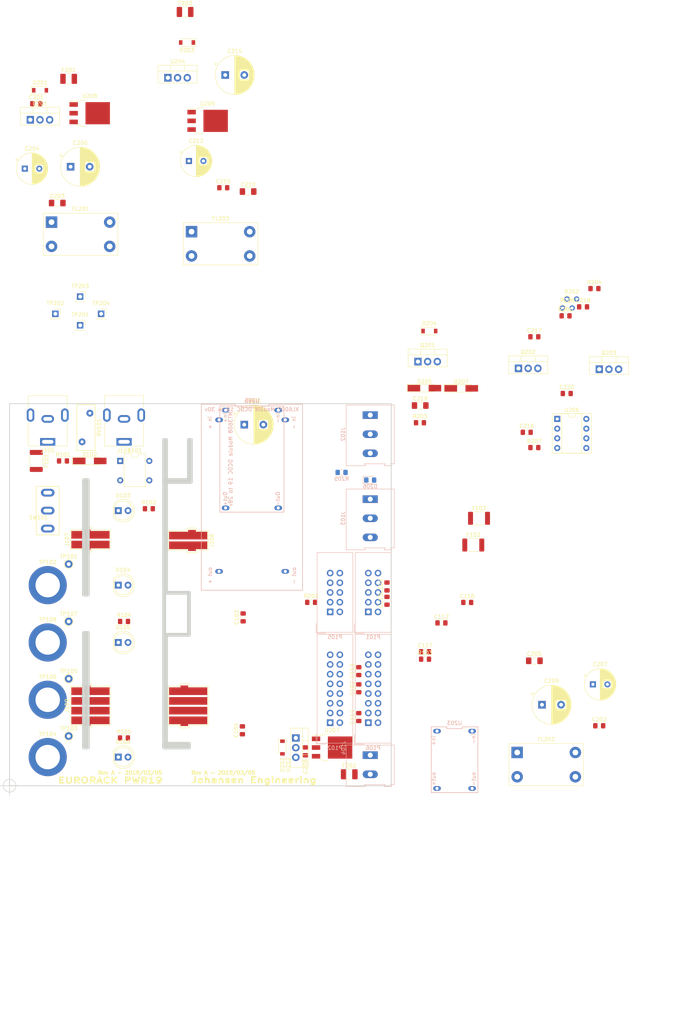
<source format=kicad_pcb>
(kicad_pcb (version 20171130) (host pcbnew "(5.0.2)-1")
  (title_block (title "Eurorack power") (date 2019-01-12) (rev "Rev B") (company "Johansen Engineering"))
  (layers (0 F.Cu signal) (31 B.Cu signal) (34 B.Paste user) (35 F.Paste user) (36 B.SilkS user) (37 F.SilkS user) (38 B.Mask user) (39 F.Mask user) (44 Edge.Cuts user))
  (net 0 "")
  (net 1 Vin-Pos19)
  (net 2 Vin-Neg19)
  (net 3 +12V)
  (net 4 GND)
  (net 5 +5V)
  (net 6 -12V)
  (net 7 +15V)
  (net 8 +7.5V)
  (net 9 VinGND)
  (net 10 Vin+15)
  (net 11 /VoltageRegulation/7V)
  (net 12 /VoltageRegulation/GND-7V)
  (net 13 Vin-15)
  (net 14 -15V)
  (net 15 "Net-(C216-Pad2)")
  (net 16 "Net-(C217-Pad1)")
  (net 17 "Net-(C219-Pad1)")
  (net 18 "Net-(C220-Pad2)")
  (net 19 "Net-(D101-Pad4)")
  (net 20 "Net-(D101-Pad3)")
  (net 21 "Net-(D102-Pad1)")
  (net 22 "Net-(D103-Pad2)")
  (net 23 "Net-(D104-Pad1)")
  (net 24 "Net-(D105-Pad2)")
  (net 25 "Net-(D106-Pad1)")
  (net 26 DCDC+)
  (net 27 "Net-(D205-Pad2)")
  (net 28 "Net-(D206-Pad2)")
  (net 29 "Net-(F101-Pad1)")
  (net 30 "Net-(F102-Pad2)")
  (net 31 "Net-(F103-Pad1)")
  (net 32 Gate)
  (net 33 CV)
  (net 34 "Net-(Q202-Pad1)")
  (net 35 "Net-(R201-Pad1)")
  (net 36 "Net-(R206-Pad2)")
  (net 37 "Net-(J101-Pad1)")
  (net 38 12Vreg)
  (net 39 5Vreg)
  (net 40 -12Vreg)
  (module Capacitor_THT:CP_Radial_D10.0mm_P5.00mm (layer F.Cu) (at 161.5 55.5)
    (fp_text reference C101 (at 2.5 -6.25) (layer F.SilkS))
    (fp_text value 100uF)
    (pad 1 thru_hole rect (at 0 0) (size 2 2) (drill 1) (layers *.Cu *.Mask) (net 1 Vin-Pos19))
    (pad 2 thru_hole circle (at 5 0) (size 2 2) (drill 1) (layers *.Cu *.Mask) (net 2 Vin-Neg19))
  )
  (module Capacitor_SMD:C_0805_2012Metric_Pad1.15x1.40mm_HandSolder (layer F.Cu) (at 191.5 124.5 90)
    (fp_text reference C102 (at 0 -1.65 90) (layer F.SilkS))
    (fp_text value 100n)
    (pad 2 smd roundrect (at 1.025 0 90) (size 1.15 1.4) (layers F.Cu F.Paste F.Mask) (roundrect_rratio 0.217391) (net 3 +12V))
    (pad 1 smd roundrect (at -1.025 0 90) (size 1.15 1.4) (layers F.Cu F.Paste F.Mask) (roundrect_rratio 0.217391) (net 4 GND))
  )
  (module Capacitor_SMD:C_0805_2012Metric_Pad1.15x1.40mm_HandSolder (layer F.Cu) (at 161.197 105.94161 90)
    (fp_text reference C103 (at 0 -1.65 90) (layer F.SilkS))
    (fp_text value 100n)
    (pad 1 smd roundrect (at -1.025 0 90) (size 1.15 1.4) (layers F.Cu F.Paste F.Mask) (roundrect_rratio 0.217391) (net 4 GND))
    (pad 2 smd roundrect (at 1.025 0 90) (size 1.15 1.4) (layers F.Cu F.Paste F.Mask) (roundrect_rratio 0.217391) (net 3 +12V))
  )
  (module Capacitor_SMD:C_0805_2012Metric_Pad1.15x1.40mm_HandSolder (layer F.Cu) (at 161 135.491611 90)
    (fp_text reference C104 (at 0 -1.65 90) (layer F.SilkS))
    (fp_text value 100n)
    (pad 1 smd roundrect (at -1.025 0 90) (size 1.15 1.4) (layers F.Cu F.Paste F.Mask) (roundrect_rratio 0.217391) (net 4 GND))
    (pad 2 smd roundrect (at 1.025 0 90) (size 1.15 1.4) (layers F.Cu F.Paste F.Mask) (roundrect_rratio 0.217391) (net 3 +12V))
  )
  (module Capacitor_SMD:C_0805_2012Metric_Pad1.15x1.40mm_HandSolder (layer F.Cu) (at 198.890289 97.847486 90)
    (fp_text reference C105 (at 0 -1.65 90) (layer F.SilkS))
    (fp_text value 100n)
    (pad 1 smd roundrect (at -1.025 0 90) (size 1.15 1.4) (layers F.Cu F.Paste F.Mask) (roundrect_rratio 0.217391) (net 4 GND))
    (pad 2 smd roundrect (at 1.025 0 90) (size 1.15 1.4) (layers F.Cu F.Paste F.Mask) (roundrect_rratio 0.217391) (net 3 +12V))
  )
  (module Capacitor_SMD:C_0805_2012Metric_Pad1.15x1.40mm_HandSolder (layer F.Cu) (at 213.155001 107.385001)
    (fp_text reference C112 (at 0 -1.65) (layer F.SilkS))
    (fp_text value 100n)
    (pad 1 smd roundrect (at -1.025 0) (size 1.15 1.4) (layers F.Cu F.Paste F.Mask) (roundrect_rratio 0.217391) (net 5 +5V))
    (pad 2 smd roundrect (at 1.025 0) (size 1.15 1.4) (layers F.Cu F.Paste F.Mask) (roundrect_rratio 0.217391) (net 4 GND))
  )
  (module Capacitor_SMD:C_0805_2012Metric_Pad1.15x1.40mm_HandSolder (layer F.Cu) (at 191.5 120 90)
    (fp_text reference C113 (at 0 -1.65 90) (layer F.SilkS))
    (fp_text value 100n)
    (pad 1 smd roundrect (at -1.025 0 90) (size 1.15 1.4) (layers F.Cu F.Paste F.Mask) (roundrect_rratio 0.217391) (net 5 +5V))
    (pad 2 smd roundrect (at 1.025 0 90) (size 1.15 1.4) (layers F.Cu F.Paste F.Mask) (roundrect_rratio 0.217391) (net 4 GND))
  )
  (module Capacitor_SMD:C_0805_2012Metric_Pad1.15x1.40mm_HandSolder (layer F.Cu) (at 191.5 132.025 90)
    (fp_text reference C114 (at 0 -1.65 90) (layer F.SilkS))
    (fp_text value 100n)
    (pad 2 smd roundrect (at 1.025 0 90) (size 1.15 1.4) (layers F.Cu F.Paste F.Mask) (roundrect_rratio 0.217391) (net 4 GND))
    (pad 1 smd roundrect (at -1.025 0 90) (size 1.15 1.4) (layers F.Cu F.Paste F.Mask) (roundrect_rratio 0.217391) (net 6 -12V))
  )
  (module Capacitor_SMD:C_0805_2012Metric_Pad1.15x1.40mm_HandSolder (layer F.Cu) (at 198.890289 101.597486 90)
    (fp_text reference C115 (at 0 -1.65 90) (layer F.SilkS))
    (fp_text value 100n)
    (pad 2 smd roundrect (at 1.025 0 90) (size 1.15 1.4) (layers F.Cu F.Paste F.Mask) (roundrect_rratio 0.217391) (net 4 GND))
    (pad 1 smd roundrect (at -1.025 0 90) (size 1.15 1.4) (layers F.Cu F.Paste F.Mask) (roundrect_rratio 0.217391) (net 6 -12V))
  )
  (module Capacitor_SMD:C_0805_2012Metric_Pad1.15x1.40mm_HandSolder (layer F.Cu) (at 219.915001 102.025001)
    (fp_text reference C116 (at 0 -1.65) (layer F.SilkS))
    (fp_text value 100n)
    (pad 2 smd roundrect (at 1.025 0) (size 1.15 1.4) (layers F.Cu F.Paste F.Mask) (roundrect_rratio 0.217391) (net 4 GND))
    (pad 1 smd roundrect (at -1.025 0) (size 1.15 1.4) (layers F.Cu F.Paste F.Mask) (roundrect_rratio 0.217391) (net 6 -12V))
  )
  (module Capacitor_SMD:C_0805_2012Metric_Pad1.15x1.40mm_HandSolder (layer F.Cu) (at 208.865001 114.925001)
    (fp_text reference C117 (at 0 -1.65) (layer F.SilkS))
    (fp_text value 100n)
    (pad 2 smd roundrect (at 1.025 0) (size 1.15 1.4) (layers F.Cu F.Paste F.Mask) (roundrect_rratio 0.217391) (net 4 GND))
    (pad 1 smd roundrect (at -1.025 0) (size 1.15 1.4) (layers F.Cu F.Paste F.Mask) (roundrect_rratio 0.217391) (net 6 -12V))
  )
  (module Capacitor_SMD:C_0805_2012Metric_Pad1.15x1.40mm_HandSolder (layer F.Cu) (at 107 -28.5)
    (fp_text reference C201 (at 0 -1.65) (layer F.SilkS))
    (fp_text value 100n)
    (pad 1 smd roundrect (at -1.025 0) (size 1.15 1.4) (layers F.Cu F.Paste F.Mask) (roundrect_rratio 0.217391) (net 7 +15V))
    (pad 2 smd roundrect (at 1.025 0) (size 1.15 1.4) (layers F.Cu F.Paste F.Mask) (roundrect_rratio 0.217391) (net 4 GND))
  )
  (module Capacitor_SMD:C_0805_2012Metric_Pad1.15x1.40mm_HandSolder (layer F.Cu) (at 254.5 134.3)
    (fp_text reference C202 (at 0 -1.65) (layer F.SilkS))
    (fp_text value 100n)
    (pad 1 smd roundrect (at -1.025 0) (size 1.15 1.4) (layers F.Cu F.Paste F.Mask) (roundrect_rratio 0.217391) (net 8 +7.5V))
    (pad 2 smd roundrect (at 1.025 0) (size 1.15 1.4) (layers F.Cu F.Paste F.Mask) (roundrect_rratio 0.217391) (net 4 GND))
  )
  (module Capacitor_THT:CP_Radial_D8.0mm_P3.80mm (layer F.Cu) (at 104 -11.5)
    (fp_text reference C204 (at 1.9 -5.25) (layer F.SilkS))
    (fp_text value 1000uF)
    (pad 1 thru_hole rect (at 0 0) (size 1.6 1.6) (drill 0.8) (layers *.Cu *.Mask) (net 7 +15V))
    (pad 2 thru_hole circle (at 3.8 0) (size 1.6 1.6) (drill 0.8) (layers *.Cu *.Mask) (net 4 GND))
  )
  (module Capacitor_THT:CP_Radial_D10.0mm_P5.00mm (layer F.Cu) (at 116 -12)
    (fp_text reference C206 (at 2.5 -6.25) (layer F.SilkS))
    (fp_text value 1000uF)
    (pad 1 thru_hole rect (at 0 0) (size 2 2) (drill 1) (layers *.Cu *.Mask) (net 3 +12V))
    (pad 2 thru_hole circle (at 5 0) (size 2 2) (drill 1) (layers *.Cu *.Mask) (net 4 GND))
  )
  (module Capacitor_THT:CP_Radial_D8.0mm_P3.80mm (layer F.Cu) (at 252.839699 123.475001)
    (fp_text reference C207 (at 1.9 -5.25) (layer F.SilkS))
    (fp_text value 1000uF)
    (pad 1 thru_hole rect (at 0 0) (size 1.6 1.6) (drill 0.8) (layers *.Cu *.Mask) (net 8 +7.5V))
    (pad 2 thru_hole circle (at 3.8 0) (size 1.6 1.6) (drill 0.8) (layers *.Cu *.Mask) (net 4 GND))
  )
  (module Capacitor_SMD:C_0805_2012Metric_Pad1.15x1.40mm_HandSolder (layer F.Cu) (at 177.5 141 90)
    (fp_text reference C208 (at -4 0 90) (layer F.SilkS))
    (fp_text value 100n)
    (pad 2 smd roundrect (at 1.025 0 90) (size 1.15 1.4) (layers F.Cu F.Paste F.Mask) (roundrect_rratio 0.217391) (net 4 GND))
    (pad 1 smd roundrect (at -1.025 0 90) (size 1.15 1.4) (layers F.Cu F.Paste F.Mask) (roundrect_rratio 0.217391) (net 39 5Vreg))
  )
  (module Capacitor_THT:CP_Radial_D10.0mm_P5.00mm (layer F.Cu) (at 239.5 128.8)
    (fp_text reference C209 (at 2.5 -6.25) (layer F.SilkS))
    (fp_text value 1000uF)
    (pad 2 thru_hole circle (at 5 0) (size 2 2) (drill 1) (layers *.Cu *.Mask) (net 4 GND))
    (pad 1 thru_hole rect (at 0 0) (size 2 2) (drill 1) (layers *.Cu *.Mask) (net 5 +5V))
  )
  (module Capacitor_THT:CP_Radial_D8.0mm_P3.80mm (layer F.Cu) (at 147 -13.5)
    (fp_text reference C212 (at 1.9 -5.25) (layer F.SilkS))
    (fp_text value 1000uF)
    (pad 2 thru_hole circle (at 3.8 0) (size 1.6 1.6) (drill 0.8) (layers *.Cu *.Mask) (net 14 -15V))
    (pad 1 thru_hole rect (at 0 0) (size 1.6 1.6) (drill 0.8) (layers *.Cu *.Mask) (net 4 GND))
  )
  (module Capacitor_THT:CP_Radial_D10.0mm_P5.00mm (layer F.Cu) (at 156.5 -36)
    (fp_text reference C214 (at 2.5 -6.25) (layer F.SilkS))
    (fp_text value 1000uF)
    (pad 2 thru_hole circle (at 5 0) (size 2 2) (drill 1) (layers *.Cu *.Mask) (net 6 -12V))
    (pad 1 thru_hole rect (at 0 0) (size 2 2) (drill 1) (layers *.Cu *.Mask) (net 4 GND))
  )
  (module Capacitor_SMD:C_0805_2012Metric_Pad1.15x1.40mm_HandSolder (layer F.Cu) (at 156 -6.5)
    (fp_text reference C215 (at 0 -1.65) (layer F.SilkS))
    (fp_text value 100n)
    (pad 2 smd roundrect (at 1.025 0) (size 1.15 1.4) (layers F.Cu F.Paste F.Mask) (roundrect_rratio 0.217391) (net 14 -15V))
    (pad 1 smd roundrect (at -1.025 0) (size 1.15 1.4) (layers F.Cu F.Paste F.Mask) (roundrect_rratio 0.217391) (net 4 GND))
  )
  (module Capacitor_SMD:C_0805_2012Metric_Pad1.15x1.40mm_HandSolder (layer F.Cu) (at 235.5 57.5)
    (fp_text reference C216 (at 0 -1.65) (layer F.SilkS))
    (fp_text value 220n)
    (pad 1 smd roundrect (at -1.025 0) (size 1.15 1.4) (layers F.Cu F.Paste F.Mask) (roundrect_rratio 0.217391) (net 10 Vin+15))
    (pad 2 smd roundrect (at 1.025 0) (size 1.15 1.4) (layers F.Cu F.Paste F.Mask) (roundrect_rratio 0.217391) (net 15 "Net-(C216-Pad2)"))
  )
  (module Capacitor_SMD:C_0805_2012Metric_Pad1.15x1.40mm_HandSolder (layer F.Cu) (at 237.5 32.5)
    (fp_text reference C217 (at 0 -1.65) (layer F.SilkS))
    (fp_text value 220n)
    (pad 2 smd roundrect (at 1.025 0) (size 1.15 1.4) (layers F.Cu F.Paste F.Mask) (roundrect_rratio 0.217391) (net 9 VinGND))
    (pad 1 smd roundrect (at -1.025 0) (size 1.15 1.4) (layers F.Cu F.Paste F.Mask) (roundrect_rratio 0.217391) (net 16 "Net-(C217-Pad1)"))
  )
  (module Capacitor_SMD:C_0805_2012Metric_Pad1.15x1.40mm_HandSolder (layer F.Cu) (at 250.265001 24.675001)
    (fp_text reference C218 (at 0 -1.65) (layer F.SilkS))
    (fp_text value 220n)
    (pad 2 smd roundrect (at 1.025 0) (size 1.15 1.4) (layers F.Cu F.Paste F.Mask) (roundrect_rratio 0.217391) (net 13 Vin-15))
    (pad 1 smd roundrect (at -1.025 0) (size 1.15 1.4) (layers F.Cu F.Paste F.Mask) (roundrect_rratio 0.217391) (net 15 "Net-(C216-Pad2)"))
  )
  (module Capacitor_SMD:C_1206_3216Metric_Pad1.42x1.75mm_HandSolder (layer F.Cu) (at 207.585001 50.5)
    (fp_text reference C219 (at 0 -1.82) (layer F.SilkS))
    (fp_text value 1u)
    (pad 1 smd roundrect (at -1.4875 0) (size 1.425 1.75) (layers F.Cu F.Paste F.Mask) (roundrect_rratio 0.175439) (net 17 "Net-(C219-Pad1)"))
    (pad 2 smd roundrect (at 1.4875 0) (size 1.425 1.75) (layers F.Cu F.Paste F.Mask) (roundrect_rratio 0.175439) (net 13 Vin-15))
  )
  (module Capacitor_SMD:C_0805_2012Metric_Pad1.15x1.40mm_HandSolder (layer F.Cu) (at 245.985001 47.345001)
    (fp_text reference C220 (at 0 -1.65) (layer F.SilkS))
    (fp_text value 220n)
    (pad 1 smd roundrect (at -1.025 0) (size 1.15 1.4) (layers F.Cu F.Paste F.Mask) (roundrect_rratio 0.217391) (net 9 VinGND))
    (pad 2 smd roundrect (at 1.025 0) (size 1.15 1.4) (layers F.Cu F.Paste F.Mask) (roundrect_rratio 0.217391) (net 18 "Net-(C220-Pad2)"))
  )
  (module Diode_THT:Diode_Bridge_DIP-4_W7.62mm_P5.08mm (layer F.Cu) (at 129 65)
    (fp_text reference D101 (at 3.8 -2.7) (layer F.SilkS))
    (fp_text value "B125C800DM - DB107")
    (pad 4 thru_hole oval (at 7.62 0) (size 1.6 1.6) (drill 0.8) (layers *.Cu *.Mask) (net 19 "Net-(D101-Pad4)"))
    (pad 2 thru_hole oval (at 0 5.08) (size 1.6 1.6) (drill 0.8) (layers *.Cu *.Mask) (net 2 Vin-Neg19))
    (pad 3 thru_hole oval (at 7.62 5.08) (size 1.6 1.6) (drill 0.8) (layers *.Cu *.Mask) (net 20 "Net-(D101-Pad3)"))
    (pad 1 thru_hole rect (at 0 0) (size 1.6 1.6) (drill 0.8) (layers *.Cu *.Mask) (net 1 Vin-Pos19))
  )
  (module Diode_SMD:D_MiniMELF_Handsoldering (layer F.Cu) (at 121 65)
    (fp_text reference D102 (at 0 -1.75) (layer F.SilkS))
    (fp_text value 27v)
    (pad 2 smd rect (at 2.75 0) (size 3.3 1.7) (layers F.Cu F.Paste F.Mask) (net 20 "Net-(D101-Pad3)"))
    (pad 1 smd rect (at -2.75 0) (size 3.3 1.7) (layers F.Cu F.Paste F.Mask) (net 21 "Net-(D102-Pad1)"))
  )
  (module LED_THT:LED_D5.0mm (layer F.Cu) (at 128.5 78)
    (fp_text reference D103 (at 1.27 -3.96) (layer F.SilkS))
    (fp_text value PWR_IN_LED)
    (pad 2 thru_hole circle (at 2.54 0) (size 1.8 1.8) (drill 0.9) (layers *.Cu *.Mask) (net 22 "Net-(D103-Pad2)"))
    (pad 1 thru_hole rect (at 0 0) (size 1.8 1.8) (drill 0.9) (layers *.Cu *.Mask) (net 2 Vin-Neg19))
  )
  (module LED_THT:LED_D5.0mm (layer F.Cu) (at 128.5 97.5)
    (fp_text reference D104 (at 1.27 -3.96) (layer F.SilkS))
    (fp_text value LED)
    (pad 2 thru_hole circle (at 2.54 0) (size 1.8 1.8) (drill 0.9) (layers *.Cu *.Mask) (net 3 +12V))
    (pad 1 thru_hole rect (at 0 0) (size 1.8 1.8) (drill 0.9) (layers *.Cu *.Mask) (net 23 "Net-(D104-Pad1)"))
  )
  (module LED_THT:LED_D5.0mm (layer F.Cu) (at 128.5 112.5)
    (fp_text reference D105 (at 1.27 -3.96) (layer F.SilkS))
    (fp_text value LED)
    (pad 1 thru_hole rect (at 0 0) (size 1.8 1.8) (drill 0.9) (layers *.Cu *.Mask) (net 4 GND))
    (pad 2 thru_hole circle (at 2.54 0) (size 1.8 1.8) (drill 0.9) (layers *.Cu *.Mask) (net 24 "Net-(D105-Pad2)"))
  )
  (module LED_THT:LED_D5.0mm (layer F.Cu) (at 128.5 142.5)
    (fp_text reference D106 (at 1.27 -3.96) (layer F.SilkS))
    (fp_text value LED)
    (pad 1 thru_hole rect (at 0 0) (size 1.8 1.8) (drill 0.9) (layers *.Cu *.Mask) (net 25 "Net-(D106-Pad1)"))
    (pad 2 thru_hole circle (at 2.54 0) (size 1.8 1.8) (drill 0.9) (layers *.Cu *.Mask) (net 4 GND))
  )
  (module Diode_SMD:D_SOD-123 (layer F.Cu) (at 108 -32)
    (fp_text reference D201 (at 0 -2) (layer F.SilkS))
    (fp_text value 1N4001)
    (pad 1 smd rect (at -1.65 0) (size 0.9 1.2) (layers F.Cu F.Paste F.Mask) (net 7 +15V))
    (pad 2 smd rect (at 1.65 0) (size 0.9 1.2) (layers F.Cu F.Paste F.Mask) (net 38 12Vreg))
  )
  (module Diode_SMD:D_SOD-123 (layer F.Cu) (at 171.5 140 270)
    (fp_text reference D202 (at 4.5 0 270) (layer F.SilkS))
    (fp_text value 1N4001)
    (pad 2 smd rect (at 1.65 0 270) (size 0.9 1.2) (layers F.Cu F.Paste F.Mask) (net 39 5Vreg))
    (pad 1 smd rect (at -1.65 0 270) (size 0.9 1.2) (layers F.Cu F.Paste F.Mask) (net 8 +7.5V))
  )
  (module Diode_SMD:D_SOD-123 (layer F.Cu) (at 146.5 -44.5 180)
    (fp_text reference D203 (at 0 -2 180) (layer F.SilkS))
    (fp_text value 1N4001)
    (pad 2 smd rect (at 1.65 0 180) (size 0.9 1.2) (layers F.Cu F.Paste F.Mask) (net 14 -15V))
    (pad 1 smd rect (at -1.65 0 180) (size 0.9 1.2) (layers F.Cu F.Paste F.Mask) (net 40 -12Vreg))
  )
  (module Diode_SMD:D_SOD-123 (layer F.Cu) (at 210 31)
    (fp_text reference D204 (at 0 -2) (layer F.SilkS))
    (fp_text value 1N4001)
    (pad 1 smd rect (at -1.65 0) (size 0.9 1.2) (layers F.Cu F.Paste F.Mask) (net 26 DCDC+))
    (pad 2 smd rect (at 1.65 0) (size 0.9 1.2) (layers F.Cu F.Paste F.Mask) (net 10 Vin+15))
  )
  (module Diode_SMD:D_MiniMELF_Handsoldering (layer F.Cu) (at 208.7 45.95)
    (fp_text reference D205 (at 0 -1.75) (layer F.SilkS))
    (fp_text value 15v)
    (pad 1 smd rect (at -2.75 0) (size 3.3 1.7) (layers F.Cu F.Paste F.Mask) (net 17 "Net-(C219-Pad1)"))
    (pad 2 smd rect (at 2.75 0) (size 3.3 1.7) (layers F.Cu F.Paste F.Mask) (net 27 "Net-(D205-Pad2)"))
  )
  (module LED_SMD:LED_0805_2012Metric_Pad1.15x1.40mm_HandSolder (layer B.Cu) (at 194.5 70)
    (fp_text reference D206 (at 0 1.65) (layer B.SilkS) (effects (justify mirror)))
    (fp_text value LED)
    (pad 1 smd roundrect (at -1.025 0) (size 1.15 1.4) (layers B.Cu B.Paste B.Mask) (roundrect_rratio 0.217391) (net 13 Vin-15))
    (pad 2 smd roundrect (at 1.025 0) (size 1.15 1.4) (layers B.Cu B.Paste B.Mask) (roundrect_rratio 0.217391) (net 28 "Net-(D206-Pad2)"))
  )
  (module Diode_SMD:D_MiniMELF_Handsoldering (layer F.Cu) (at 218.35 46)
    (fp_text reference D207 (at 0 -1.75) (layer F.SilkS))
    (fp_text value 15v)
    (pad 1 smd rect (at -2.75 0) (size 3.3 1.7) (layers F.Cu F.Paste F.Mask) (net 27 "Net-(D205-Pad2)"))
    (pad 2 smd rect (at 2.75 0) (size 3.3 1.7) (layers F.Cu F.Paste F.Mask) (net 13 Vin-15))
  )
  (module Fuse:Fuse_1812_4532Metric_Pad1.30x3.40mm_HandSolder (layer F.Cu) (at 107 65 270)
    (fp_text reference F101 (at 0 -2.65 270) (layer F.SilkS))
    (fp_text value 750mA)
    (pad 1 smd roundrect (at -2.225 0 270) (size 1.3 3.4) (layers F.Cu F.Paste F.Mask) (roundrect_rratio 0.192308) (net 29 "Net-(F101-Pad1)"))
    (pad 2 smd roundrect (at 2.225 0 270) (size 1.3 3.4) (layers F.Cu F.Paste F.Mask) (roundrect_rratio 0.192308) (net 19 "Net-(D101-Pad4)"))
  )
  (module Fuse:Fuse_1812_4532Metric_Pad1.30x3.40mm_HandSolder (layer F.Cu) (at 221.5 87)
    (fp_text reference F102 (at 0 -2.65) (layer F.SilkS))
    (fp_text value 750mA)
    (pad 2 smd roundrect (at 2.225 0) (size 1.3 3.4) (layers F.Cu F.Paste F.Mask) (roundrect_rratio 0.192308) (net 30 "Net-(F102-Pad2)"))
    (pad 1 smd roundrect (at -2.225 0) (size 1.3 3.4) (layers F.Cu F.Paste F.Mask) (roundrect_rratio 0.192308) (net 10 Vin+15))
  )
  (module Fuse:Fuse_1812_4532Metric_Pad1.30x3.40mm_HandSolder (layer F.Cu) (at 223 80)
    (fp_text reference F103 (at 0 -2.65) (layer F.SilkS))
    (fp_text value 750mA)
    (pad 1 smd roundrect (at -2.225 0) (size 1.3 3.4) (layers F.Cu F.Paste F.Mask) (roundrect_rratio 0.192308) (net 31 "Net-(F103-Pad1)"))
    (pad 2 smd roundrect (at 2.225 0) (size 1.3 3.4) (layers F.Cu F.Paste F.Mask) (roundrect_rratio 0.192308) (net 13 Vin-15))
  )
  (module Fuse:Fuse_1210_3225Metric_Pad1.42x2.65mm_HandSolder (layer F.Cu) (at 115.4875 -35)
    (fp_text reference F201 (at 0 -2.28) (layer F.SilkS))
    (fp_text value 750mA)
    (pad 2 smd roundrect (at 1.4875 0) (size 1.425 2.65) (layers F.Cu F.Paste F.Mask) (roundrect_rratio 0.175439) (net 3 +12V))
    (pad 1 smd roundrect (at -1.4875 0) (size 1.425 2.65) (layers F.Cu F.Paste F.Mask) (roundrect_rratio 0.175439) (net 38 12Vreg))
  )
  (module Fuse:Fuse_1210_3225Metric_Pad1.42x2.65mm_HandSolder (layer F.Cu) (at 189 147)
    (fp_text reference F202 (at 0 -2.28) (layer F.SilkS))
    (fp_text value 750mA)
    (pad 1 smd roundrect (at -1.4875 0) (size 1.425 2.65) (layers F.Cu F.Paste F.Mask) (roundrect_rratio 0.175439) (net 39 5Vreg))
    (pad 2 smd roundrect (at 1.4875 0) (size 1.425 2.65) (layers F.Cu F.Paste F.Mask) (roundrect_rratio 0.175439) (net 5 +5V))
  )
  (module Fuse:Fuse_1210_3225Metric_Pad1.42x2.65mm_HandSolder (layer F.Cu) (at 145.9875 -52.5)
    (fp_text reference F203 (at 0 -2.28) (layer F.SilkS))
    (fp_text value 750mA)
    (pad 1 smd roundrect (at -1.4875 0) (size 1.425 2.65) (layers F.Cu F.Paste F.Mask) (roundrect_rratio 0.175439) (net 40 -12Vreg))
    (pad 2 smd roundrect (at 1.4875 0) (size 1.425 2.65) (layers F.Cu F.Paste F.Mask) (roundrect_rratio 0.175439) (net 6 -12V))
  )
  (module TerminalBlock:TerminalBlock_Altech_AK300-3_P5.00mm (layer B.Cu) (at 194.5 53 270)
    (fp_text reference J102 (at 5 7.1 270) (layer B.SilkS) (effects (justify mirror)))
    (fp_text value "+-15V thru")
    (pad 1 thru_hole rect (at 0 0 270) (size 1.98 3.96) (drill 1.32) (layers *.Cu *.Mask) (net 31 "Net-(F103-Pad1)"))
    (pad 2 thru_hole oval (at 5 0 270) (size 1.98 3.96) (drill 1.32) (layers *.Cu *.Mask) (net 9 VinGND))
    (pad 3 thru_hole oval (at 10 0 270) (size 1.98 3.96) (drill 1.32) (layers *.Cu *.Mask) (net 30 "Net-(F102-Pad2)"))
  )
  (module TerminalBlock:TerminalBlock_Altech_AK300-3_P5.00mm (layer B.Cu) (at 194.5 75 270)
    (fp_text reference J103 (at 5 7.1 270) (layer B.SilkS) (effects (justify mirror)))
    (fp_text value "+-12v out")
    (pad 3 thru_hole oval (at 10 0 270) (size 1.98 3.96) (drill 1.32) (layers *.Cu *.Mask) (net 3 +12V))
    (pad 2 thru_hole oval (at 5 0 270) (size 1.98 3.96) (drill 1.32) (layers *.Cu *.Mask) (net 4 GND))
    (pad 1 thru_hole rect (at 0 0 270) (size 1.98 3.96) (drill 1.32) (layers *.Cu *.Mask) (net 6 -12V))
  )
  (module TerminalBlock:TerminalBlock_Altech_AK300-2_P5.00mm (layer B.Cu) (at 194.5 142 270)
    (fp_text reference J104 (at -1.92 6.99 270) (layer B.SilkS) (effects (justify mirror)))
    (fp_text value "+5V out")
    (pad 1 thru_hole rect (at 0 0 270) (size 1.98 3.96) (drill 1.32) (layers *.Cu *.Mask) (net 4 GND))
    (pad 2 thru_hole oval (at 5 0 270) (size 1.98 3.96) (drill 1.32) (layers *.Cu *.Mask) (net 5 +5V))
  )
  (module Connectors_IDC:IDC-Header_2x05_Pitch2.54mm_Straight (layer B.Cu) (at 194 104.5)
    (fp_text reference P101 (at 1.27 6.604) (layer B.SilkS) (effects (justify mirror)))
    (fp_text value Doepfer_Power_10pin)
    (pad 1 thru_hole rect (at 0 0) (size 1.7272 1.7272) (drill 1.016) (layers *.Cu *.Mask) (net 6 -12V))
    (pad 2 thru_hole oval (at 2.54 0) (size 1.7272 1.7272) (drill 1.016) (layers *.Cu *.Mask) (net 6 -12V))
    (pad 3 thru_hole oval (at 0 -2.54) (size 1.7272 1.7272) (drill 1.016) (layers *.Cu *.Mask) (net 4 GND))
    (pad 4 thru_hole oval (at 2.54 -2.54) (size 1.7272 1.7272) (drill 1.016) (layers *.Cu *.Mask) (net 4 GND))
    (pad 5 thru_hole oval (at 0 -5.08) (size 1.7272 1.7272) (drill 1.016) (layers *.Cu *.Mask) (net 4 GND))
    (pad 6 thru_hole oval (at 2.54 -5.08) (size 1.7272 1.7272) (drill 1.016) (layers *.Cu *.Mask) (net 4 GND))
    (pad 7 thru_hole oval (at 0 -7.62) (size 1.7272 1.7272) (drill 1.016) (layers *.Cu *.Mask) (net 4 GND))
    (pad 8 thru_hole oval (at 2.54 -7.62) (size 1.7272 1.7272) (drill 1.016) (layers *.Cu *.Mask) (net 4 GND))
    (pad 9 thru_hole oval (at 0 -10.16) (size 1.7272 1.7272) (drill 1.016) (layers *.Cu *.Mask) (net 3 +12V))
    (pad 10 thru_hole oval (at 2.54 -10.16) (size 1.7272 1.7272) (drill 1.016) (layers *.Cu *.Mask) (net 3 +12V))
  )
  (module Connectors_IDC:IDC-Header_2x08_Pitch2.54mm_Straight (layer B.Cu) (at 184 133.5)
    (fp_text reference P102 (at 1.27 6.604) (layer B.SilkS) (effects (justify mirror)))
    (fp_text value Doepfer_Power_16pin)
    (pad 16 thru_hole oval (at 2.54 -17.78) (size 1.7272 1.7272) (drill 1.016) (layers *.Cu *.Mask) (net 32 Gate))
    (pad 15 thru_hole oval (at 0 -17.78) (size 1.7272 1.7272) (drill 1.016) (layers *.Cu *.Mask) (net 32 Gate))
    (pad 14 thru_hole oval (at 2.54 -15.24) (size 1.7272 1.7272) (drill 1.016) (layers *.Cu *.Mask) (net 33 CV))
    (pad 13 thru_hole oval (at 0 -15.24) (size 1.7272 1.7272) (drill 1.016) (layers *.Cu *.Mask) (net 33 CV))
    (pad 12 thru_hole oval (at 2.54 -12.7) (size 1.7272 1.7272) (drill 1.016) (layers *.Cu *.Mask) (net 5 +5V))
    (pad 11 thru_hole oval (at 0 -12.7) (size 1.7272 1.7272) (drill 1.016) (layers *.Cu *.Mask) (net 5 +5V))
    (pad 10 thru_hole oval (at 2.54 -10.16) (size 1.7272 1.7272) (drill 1.016) (layers *.Cu *.Mask) (net 3 +12V))
    (pad 9 thru_hole oval (at 0 -10.16) (size 1.7272 1.7272) (drill 1.016) (layers *.Cu *.Mask) (net 3 +12V))
    (pad 8 thru_hole oval (at 2.54 -7.62) (size 1.7272 1.7272) (drill 1.016) (layers *.Cu *.Mask) (net 4 GND))
    (pad 7 thru_hole oval (at 0 -7.62) (size 1.7272 1.7272) (drill 1.016) (layers *.Cu *.Mask) (net 4 GND))
    (pad 6 thru_hole oval (at 2.54 -5.08) (size 1.7272 1.7272) (drill 1.016) (layers *.Cu *.Mask) (net 4 GND))
    (pad 5 thru_hole oval (at 0 -5.08) (size 1.7272 1.7272) (drill 1.016) (layers *.Cu *.Mask) (net 4 GND))
    (pad 4 thru_hole oval (at 2.54 -2.54) (size 1.7272 1.7272) (drill 1.016) (layers *.Cu *.Mask) (net 4 GND))
    (pad 3 thru_hole oval (at 0 -2.54) (size 1.7272 1.7272) (drill 1.016) (layers *.Cu *.Mask) (net 4 GND))
    (pad 2 thru_hole oval (at 2.54 0) (size 1.7272 1.7272) (drill 1.016) (layers *.Cu *.Mask) (net 6 -12V))
    (pad 1 thru_hole rect (at 0 0) (size 1.7272 1.7272) (drill 1.016) (layers *.Cu *.Mask) (net 6 -12V))
  )
  (module Connectors_IDC:IDC-Header_2x05_Pitch2.54mm_Straight (layer B.Cu) (at 184 104.5)
    (fp_text reference P105 (at 1.27 6.604) (layer B.SilkS) (effects (justify mirror)))
    (fp_text value Doepfer_Power_10pin)
    (pad 10 thru_hole oval (at 2.54 -10.16) (size 1.7272 1.7272) (drill 1.016) (layers *.Cu *.Mask) (net 3 +12V))
    (pad 9 thru_hole oval (at 0 -10.16) (size 1.7272 1.7272) (drill 1.016) (layers *.Cu *.Mask) (net 3 +12V))
    (pad 8 thru_hole oval (at 2.54 -7.62) (size 1.7272 1.7272) (drill 1.016) (layers *.Cu *.Mask) (net 4 GND))
    (pad 7 thru_hole oval (at 0 -7.62) (size 1.7272 1.7272) (drill 1.016) (layers *.Cu *.Mask) (net 4 GND))
    (pad 6 thru_hole oval (at 2.54 -5.08) (size 1.7272 1.7272) (drill 1.016) (layers *.Cu *.Mask) (net 4 GND))
    (pad 5 thru_hole oval (at 0 -5.08) (size 1.7272 1.7272) (drill 1.016) (layers *.Cu *.Mask) (net 4 GND))
    (pad 4 thru_hole oval (at 2.54 -2.54) (size 1.7272 1.7272) (drill 1.016) (layers *.Cu *.Mask) (net 4 GND))
    (pad 3 thru_hole oval (at 0 -2.54) (size 1.7272 1.7272) (drill 1.016) (layers *.Cu *.Mask) (net 4 GND))
    (pad 2 thru_hole oval (at 2.54 0) (size 1.7272 1.7272) (drill 1.016) (layers *.Cu *.Mask) (net 6 -12V))
    (pad 1 thru_hole rect (at 0 0) (size 1.7272 1.7272) (drill 1.016) (layers *.Cu *.Mask) (net 6 -12V))
  )
  (module Connectors_IDC:IDC-Header_2x08_Pitch2.54mm_Straight (layer B.Cu) (at 194 133.5)
    (fp_text reference P106 (at 1.27 6.604) (layer B.SilkS) (effects (justify mirror)))
    (fp_text value Doepfer_Power_16pin)
    (pad 16 thru_hole oval (at 2.54 -17.78) (size 1.7272 1.7272) (drill 1.016) (layers *.Cu *.Mask) (net 32 Gate))
    (pad 15 thru_hole oval (at 0 -17.78) (size 1.7272 1.7272) (drill 1.016) (layers *.Cu *.Mask) (net 32 Gate))
    (pad 14 thru_hole oval (at 2.54 -15.24) (size 1.7272 1.7272) (drill 1.016) (layers *.Cu *.Mask) (net 33 CV))
    (pad 13 thru_hole oval (at 0 -15.24) (size 1.7272 1.7272) (drill 1.016) (layers *.Cu *.Mask) (net 33 CV))
    (pad 12 thru_hole oval (at 2.54 -12.7) (size 1.7272 1.7272) (drill 1.016) (layers *.Cu *.Mask) (net 5 +5V))
    (pad 11 thru_hole oval (at 0 -12.7) (size 1.7272 1.7272) (drill 1.016) (layers *.Cu *.Mask) (net 5 +5V))
    (pad 10 thru_hole oval (at 2.54 -10.16) (size 1.7272 1.7272) (drill 1.016) (layers *.Cu *.Mask) (net 3 +12V))
    (pad 9 thru_hole oval (at 0 -10.16) (size 1.7272 1.7272) (drill 1.016) (layers *.Cu *.Mask) (net 3 +12V))
    (pad 8 thru_hole oval (at 2.54 -7.62) (size 1.7272 1.7272) (drill 1.016) (layers *.Cu *.Mask) (net 4 GND))
    (pad 7 thru_hole oval (at 0 -7.62) (size 1.7272 1.7272) (drill 1.016) (layers *.Cu *.Mask) (net 4 GND))
    (pad 6 thru_hole oval (at 2.54 -5.08) (size 1.7272 1.7272) (drill 1.016) (layers *.Cu *.Mask) (net 4 GND))
    (pad 5 thru_hole oval (at 0 -5.08) (size 1.7272 1.7272) (drill 1.016) (layers *.Cu *.Mask) (net 4 GND))
    (pad 4 thru_hole oval (at 2.54 -2.54) (size 1.7272 1.7272) (drill 1.016) (layers *.Cu *.Mask) (net 4 GND))
    (pad 3 thru_hole oval (at 0 -2.54) (size 1.7272 1.7272) (drill 1.016) (layers *.Cu *.Mask) (net 4 GND))
    (pad 2 thru_hole oval (at 2.54 0) (size 1.7272 1.7272) (drill 1.016) (layers *.Cu *.Mask) (net 6 -12V))
    (pad 1 thru_hole rect (at 0 0) (size 1.7272 1.7272) (drill 1.016) (layers *.Cu *.Mask) (net 6 -12V))
  )
  (module Package_TO_SOT_THT:TO-220-3_Vertical (layer F.Cu) (at 207 39)
    (fp_text reference Q201 (at 2.54 -4.27) (layer F.SilkS))
    (fp_text value TIP41)
    (pad 1 thru_hole rect (at 0 0) (size 1.905 2) (drill 1.1) (layers *.Cu *.Mask) (net 17 "Net-(C219-Pad1)"))
    (pad 2 thru_hole oval (at 2.54 0) (size 1.905 2) (drill 1.1) (layers *.Cu *.Mask) (net 26 DCDC+))
    (pad 3 thru_hole oval (at 5.08 0) (size 1.905 2) (drill 1.1) (layers *.Cu *.Mask) (net 10 Vin+15))
  )
  (module Package_TO_SOT_THT:TO-220-3_Vertical (layer F.Cu) (at 233.335001 40.775001)
    (fp_text reference Q202 (at 2.54 -4.27) (layer F.SilkS))
    (fp_text value TIP41)
    (pad 1 thru_hole rect (at 0 0) (size 1.905 2) (drill 1.1) (layers *.Cu *.Mask) (net 34 "Net-(Q202-Pad1)"))
    (pad 2 thru_hole oval (at 2.54 0) (size 1.905 2) (drill 1.1) (layers *.Cu *.Mask) (net 16 "Net-(C217-Pad1)"))
    (pad 3 thru_hole oval (at 5.08 0) (size 1.905 2) (drill 1.1) (layers *.Cu *.Mask) (net 9 VinGND))
  )
  (module Package_TO_SOT_THT:TO-220-3_Vertical (layer F.Cu) (at 254.5 41)
    (fp_text reference Q203 (at 2.54 -4.27) (layer F.SilkS))
    (fp_text value TIP42)
    (pad 3 thru_hole oval (at 5.08 0) (size 1.905 2) (drill 1.1) (layers *.Cu *.Mask) (net 9 VinGND))
    (pad 2 thru_hole oval (at 2.54 0) (size 1.905 2) (drill 1.1) (layers *.Cu *.Mask) (net 18 "Net-(C220-Pad2)"))
    (pad 1 thru_hole rect (at 0 0) (size 1.905 2) (drill 1.1) (layers *.Cu *.Mask) (net 34 "Net-(Q202-Pad1)"))
  )
  (module Resistor_SMD:R_0805_2012Metric_Pad1.15x1.40mm_HandSolder (layer F.Cu) (at 114 65)
    (fp_text reference R101 (at 0 -1.65) (layer F.SilkS))
    (fp_text value 10r)
    (pad 2 smd roundrect (at 1.025 0) (size 1.15 1.4) (layers F.Cu F.Paste F.Mask) (roundrect_rratio 0.217391) (net 21 "Net-(D102-Pad1)"))
    (pad 1 smd roundrect (at -1.025 0) (size 1.15 1.4) (layers F.Cu F.Paste F.Mask) (roundrect_rratio 0.217391) (net 19 "Net-(D101-Pad4)"))
  )
  (module Resistor_SMD:R_0805_2012Metric_Pad1.15x1.40mm_HandSolder (layer F.Cu) (at 136.5 77.5)
    (fp_text reference R102 (at 0 -1.65) (layer F.SilkS))
    (fp_text value 10k)
    (pad 1 smd roundrect (at -1.025 0) (size 1.15 1.4) (layers F.Cu F.Paste F.Mask) (roundrect_rratio 0.217391) (net 1 Vin-Pos19))
    (pad 2 smd roundrect (at 1.025 0) (size 1.15 1.4) (layers F.Cu F.Paste F.Mask) (roundrect_rratio 0.217391) (net 22 "Net-(D103-Pad2)"))
  )
  (module Resistor_SMD:R_0805_2012Metric_Pad1.15x1.40mm_HandSolder (layer F.Cu) (at 208.865001 116.875001)
    (fp_text reference R103 (at 0 -1.65) (layer F.SilkS))
    (fp_text value 4k7)
    (pad 1 smd roundrect (at -1.025 0) (size 1.15 1.4) (layers F.Cu F.Paste F.Mask) (roundrect_rratio 0.217391) (net 4 GND))
    (pad 2 smd roundrect (at 1.025 0) (size 1.15 1.4) (layers F.Cu F.Paste F.Mask) (roundrect_rratio 0.217391) (net 23 "Net-(D104-Pad1)"))
  )
  (module Resistor_SMD:R_0805_2012Metric_Pad1.15x1.40mm_HandSolder (layer F.Cu) (at 130 107)
    (fp_text reference R104 (at 0 -1.65) (layer F.SilkS))
    (fp_text value 1k5)
    (pad 2 smd roundrect (at 1.025 0) (size 1.15 1.4) (layers F.Cu F.Paste F.Mask) (roundrect_rratio 0.217391) (net 24 "Net-(D105-Pad2)"))
    (pad 1 smd roundrect (at -1.025 0) (size 1.15 1.4) (layers F.Cu F.Paste F.Mask) (roundrect_rratio 0.217391) (net 5 +5V))
  )
  (module Resistor_SMD:R_0805_2012Metric_Pad1.15x1.40mm_HandSolder (layer F.Cu) (at 129.975 137.5)
    (fp_text reference R105 (at 0 -1.65) (layer F.SilkS))
    (fp_text value 4k7)
    (pad 2 smd roundrect (at 1.025 0) (size 1.15 1.4) (layers F.Cu F.Paste F.Mask) (roundrect_rratio 0.217391) (net 25 "Net-(D106-Pad1)"))
    (pad 1 smd roundrect (at -1.025 0) (size 1.15 1.4) (layers F.Cu F.Paste F.Mask) (roundrect_rratio 0.217391) (net 6 -12V))
  )
  (module Resistor_SMD:R_0805_2012Metric_Pad1.15x1.40mm_HandSolder (layer F.Cu) (at 179.025 102)
    (fp_text reference R201 (at 0 -1.65) (layer F.SilkS))
    (fp_text value 0R)
    (pad 2 smd roundrect (at 1.025 0) (size 1.15 1.4) (layers F.Cu F.Paste F.Mask) (roundrect_rratio 0.217391) (net 10 Vin+15))
    (pad 1 smd roundrect (at -1.025 0) (size 1.15 1.4) (layers F.Cu F.Paste F.Mask) (roundrect_rratio 0.217391) (net 35 "Net-(R201-Pad1)"))
  )
  (module Resistor_THT:R_Axial_DIN0204_L3.6mm_D1.6mm_P2.54mm_Vertical (layer F.Cu) (at 246.045001 22.625001)
    (fp_text reference R202 (at 1.27 -1.92) (layer F.SilkS))
    (fp_text value 10r)
    (pad 2 thru_hole oval (at 2.54 0) (size 1.4 1.4) (drill 0.7) (layers *.Cu *.Mask) (net 10 Vin+15))
    (pad 1 thru_hole circle (at 0 0) (size 1.4 1.4) (drill 0.7) (layers *.Cu *.Mask) (net 16 "Net-(C217-Pad1)"))
  )
  (module Resistor_SMD:R_0805_2012Metric_Pad1.15x1.40mm_HandSolder (layer F.Cu) (at 207.525 55)
    (fp_text reference R203 (at 0 -1.65) (layer F.SilkS))
    (fp_text value 100r)
    (pad 1 smd roundrect (at -1.025 0) (size 1.15 1.4) (layers F.Cu F.Paste F.Mask) (roundrect_rratio 0.217391) (net 26 DCDC+))
    (pad 2 smd roundrect (at 1.025 0) (size 1.15 1.4) (layers F.Cu F.Paste F.Mask) (roundrect_rratio 0.217391) (net 17 "Net-(C219-Pad1)"))
  )
  (module Resistor_SMD:R_0805_2012Metric_Pad1.15x1.40mm_HandSolder (layer F.Cu) (at 253.245001 19.895001)
    (fp_text reference R204 (at 0 -1.65) (layer F.SilkS))
    (fp_text value 4k70)
    (pad 1 smd roundrect (at -1.025 0) (size 1.15 1.4) (layers F.Cu F.Paste F.Mask) (roundrect_rratio 0.217391) (net 10 Vin+15))
    (pad 2 smd roundrect (at 1.025 0) (size 1.15 1.4) (layers F.Cu F.Paste F.Mask) (roundrect_rratio 0.217391) (net 15 "Net-(C216-Pad2)"))
  )
  (module Resistor_SMD:R_0805_2012Metric_Pad1.15x1.40mm_HandSolder (layer B.Cu) (at 187 68)
    (fp_text reference R205 (at 0 1.65) (layer B.SilkS) (effects (justify mirror)))
    (fp_text value 10k)
    (pad 1 smd roundrect (at -1.025 0) (size 1.15 1.4) (layers B.Cu B.Paste B.Mask) (roundrect_rratio 0.217391) (net 26 DCDC+))
    (pad 2 smd roundrect (at 1.025 0) (size 1.15 1.4) (layers B.Cu B.Paste B.Mask) (roundrect_rratio 0.217391) (net 28 "Net-(D206-Pad2)"))
  )
  (module Resistor_SMD:R_0805_2012Metric_Pad1.15x1.40mm_HandSolder (layer F.Cu) (at 245.675001 27.025001)
    (fp_text reference R206 (at 0 -1.65) (layer F.SilkS))
    (fp_text value 330r)
    (pad 1 smd roundrect (at -1.025 0) (size 1.15 1.4) (layers F.Cu F.Paste F.Mask) (roundrect_rratio 0.217391) (net 34 "Net-(Q202-Pad1)"))
    (pad 2 smd roundrect (at 1.025 0) (size 1.15 1.4) (layers F.Cu F.Paste F.Mask) (roundrect_rratio 0.217391) (net 36 "Net-(R206-Pad2)"))
  )
  (module Resistor_SMD:R_0805_2012Metric_Pad1.15x1.40mm_HandSolder (layer F.Cu) (at 237.5 61.5)
    (fp_text reference R207 (at 0 -1.65) (layer F.SilkS))
    (fp_text value 4k70)
    (pad 2 smd roundrect (at 1.025 0) (size 1.15 1.4) (layers F.Cu F.Paste F.Mask) (roundrect_rratio 0.217391) (net 13 Vin-15))
    (pad 1 smd roundrect (at -1.025 0) (size 1.15 1.4) (layers F.Cu F.Paste F.Mask) (roundrect_rratio 0.217391) (net 15 "Net-(C216-Pad2)"))
  )
  (module Resistor_THT:R_Axial_DIN0204_L3.6mm_D1.6mm_P2.54mm_Vertical (layer F.Cu) (at 244.875001 24.975001)
    (fp_text reference R208 (at 1.27 -1.92) (layer F.SilkS))
    (fp_text value 10r)
    (pad 1 thru_hole circle (at 0 0) (size 1.4 1.4) (drill 0.7) (layers *.Cu *.Mask) (net 18 "Net-(C220-Pad2)"))
    (pad 2 thru_hole oval (at 2.54 0) (size 1.4 1.4) (drill 0.7) (layers *.Cu *.Mask) (net 13 Vin-15))
  )
  (module Varistor:RV_Disc_D12mm_W4.8mm_P7.5mm (layer F.Cu) (at 119 60 90)
    (fp_text reference RV101 (at 3.75 4.425 90) (layer F.SilkS))
    (fp_text value Varistor)
    (pad 1 thru_hole circle (at 0 0 90) (size 1.8 1.8) (drill 0.8) (layers *.Cu *.Mask) (net 19 "Net-(D101-Pad4)"))
    (pad 2 thru_hole circle (at 7.5 2.05 90) (size 1.8 1.8) (drill 0.8) (layers *.Cu *.Mask) (net 20 "Net-(D101-Pad3)"))
  )
  (module AJ-Dropbox-Kicad:SP1MS1 (layer F.Cu) (at 110 78)
    (fp_text reference SW101 (at -2.4 1.8) (layer F.SilkS))
    (fp_text value SW_SPDT)
    (pad 3 thru_hole oval (at 0 -4.7) (size 3.556 2.032) (drill oval 2.3 1) (layers *.Cu *.Mask))
    (pad 2 thru_hole oval (at 0 0) (size 3.556 2.032) (drill oval 2.3 1) (layers *.Cu *.Mask) (net 37 "Net-(J101-Pad1)"))
    (pad 1 thru_hole oval (at 0 4.7) (size 3.556 2.032) (drill oval 2.3 1) (layers *.Cu *.Mask) (net 29 "Net-(F101-Pad1)"))
  )
  (module TestPoint:TestPoint_THTPad_D2.0mm_Drill1.0mm (layer F.Cu) (at 115.5 92)
    (fp_text reference TP101 (at 0 -1.998) (layer F.SilkS))
    (fp_text value "RED Sleeve")
    (pad 1 thru_hole circle (at 0 0) (size 2 2) (drill 1) (layers *.Cu *.Mask) (net 3 +12V))
  )
  (module MountingHole:MountingHole_6.4mm_M6_ISO14580_Pad (layer F.Cu) (at 110 97.5)
    (fp_text reference TP102 (at 0 -6) (layer F.SilkS))
    (fp_text value "RED Banana")
    (pad 1 thru_hole circle (at 0 0) (size 10 10) (drill 6.4) (layers *.Cu *.Mask) (net 3 +12V))
  )
  (module TestPoint:TestPoint_THTPad_D2.0mm_Drill1.0mm (layer F.Cu) (at 115.5 137)
    (fp_text reference TP103 (at 0 -1.998) (layer F.SilkS))
    (fp_text value "BLUE Sleeve")
    (pad 1 thru_hole circle (at 0 0) (size 2 2) (drill 1) (layers *.Cu *.Mask) (net 6 -12V))
  )
  (module MountingHole:MountingHole_6.4mm_M6_ISO14580_Pad (layer F.Cu) (at 110 142.5)
    (fp_text reference TP104 (at 0 -6) (layer F.SilkS))
    (fp_text value "BLUE Banana")
    (pad 1 thru_hole circle (at 0 0) (size 10 10) (drill 6.4) (layers *.Cu *.Mask) (net 6 -12V))
  )
  (module TestPoint:TestPoint_THTPad_D2.0mm_Drill1.0mm (layer F.Cu) (at 115.5 122)
    (fp_text reference TP105 (at 0 -1.998) (layer F.SilkS))
    (fp_text value "BLACK Sleeve")
    (pad 1 thru_hole circle (at 0 0) (size 2 2) (drill 1) (layers *.Cu *.Mask) (net 4 GND))
  )
  (module MountingHole:MountingHole_6.4mm_M6_ISO14580_Pad (layer F.Cu) (at 110 127.5)
    (fp_text reference TP106 (at 0 -6) (layer F.SilkS))
    (fp_text value "BLACK Banana")
    (pad 1 thru_hole circle (at 0 0) (size 10 10) (drill 6.4) (layers *.Cu *.Mask) (net 4 GND))
  )
  (module TestPoint:TestPoint_THTPad_D2.0mm_Drill1.0mm (layer F.Cu) (at 115.5 107)
    (fp_text reference TP107 (at 0 -1.998) (layer F.SilkS))
    (fp_text value "RED Sleeve")
    (pad 1 thru_hole circle (at 0 0) (size 2 2) (drill 1) (layers *.Cu *.Mask) (net 5 +5V))
  )
  (module MountingHole:MountingHole_6.4mm_M6_ISO14580_Pad (layer F.Cu) (at 110 112.5)
    (fp_text reference TP108 (at 0 -6) (layer F.SilkS))
    (fp_text value "RED Banana")
    (pad 1 thru_hole circle (at 0 0) (size 10 10) (drill 6.4) (layers *.Cu *.Mask) (net 5 +5V))
  )
  (module Connector_PinSocket_2.54mm:PinSocket_1x01_P2.54mm_Vertical (layer F.Cu) (at 118.5 22)
    (fp_text reference TP203 (at 0 -2.77) (layer F.SilkS))
    (fp_text value VGnd)
    (pad 1 thru_hole rect (at 0 0) (size 1.7 1.7) (drill 1) (layers *.Cu *.Mask) (net 9 VinGND))
  )
  (module Connector_PinSocket_2.54mm:PinSocket_1x01_P2.54mm_Vertical (layer F.Cu) (at 124 26.5)
    (fp_text reference TP204 (at 0 -2.77) (layer F.SilkS))
    (fp_text value Vin-15)
    (pad 1 thru_hole rect (at 0 0) (size 1.7 1.7) (drill 1) (layers *.Cu *.Mask) (net 13 Vin-15))
  )
  (module Package_TO_SOT_THT:TO-220-3_Vertical (layer F.Cu) (at 105.435001 -24.274999)
    (fp_text reference U201 (at 2.54 -4.27) (layer F.SilkS))
    (fp_text value LM7812_TO220)
    (pad 1 thru_hole rect (at 0 0) (size 1.905 2) (drill 1.1) (layers *.Cu *.Mask) (net 7 +15V))
    (pad 2 thru_hole oval (at 2.54 0) (size 1.905 2) (drill 1.1) (layers *.Cu *.Mask) (net 4 GND))
    (pad 3 thru_hole oval (at 5.08 0) (size 1.905 2) (drill 1.1) (layers *.Cu *.Mask) (net 38 12Vreg))
  )
  (module Package_TO_SOT_THT:TO-220-3_Vertical (layer F.Cu) (at 175 137.5 270)
    (fp_text reference U202 (at 7 2 270) (layer F.SilkS))
    (fp_text value LM7805_TO220)
    (pad 3 thru_hole oval (at 5.08 0 270) (size 1.905 2) (drill 1.1) (layers *.Cu *.Mask) (net 39 5Vreg))
    (pad 2 thru_hole oval (at 2.54 0 270) (size 1.905 2) (drill 1.1) (layers *.Cu *.Mask) (net 4 GND))
    (pad 1 thru_hole rect (at 0 0 270) (size 1.905 2) (drill 1.1) (layers *.Cu *.Mask) (net 8 +7.5V))
  )
  (module "AJ:MP2307 DCDC module" (layer B.Cu) (at 216.6 143.2 270)
    (fp_text reference U203 (at -9.6 0 180) (layer B.SilkS) (effects (justify mirror)))
    (fp_text value "Step Down Module +15 to 7v - MP2307 ")
    (fp_text user out+ (at 5 5.5 270) (layer B.SilkS) (effects (justify mirror)))
    (fp_text user in+ (at -5 5.5 270) (layer B.SilkS) (effects (justify mirror)))
    (fp_text user in- (at -5.5 -5 270) (layer B.SilkS) (effects (justify mirror)))
    (fp_text user out- (at 5 -5 270) (layer B.SilkS) (effects (justify mirror)))
    (pad 2 thru_hole oval (at -7.5 4.6 270) (size 1.2 2) (drill 0.8) (layers *.Cu *.Mask) (net 35 "Net-(R201-Pad1)"))
    (pad 1 thru_hole oval (at -7.5 -4.6 270) (size 1.2 2) (drill 0.8) (layers *.Cu *.Mask) (net 9 VinGND))
    (pad 4 thru_hole oval (at 7.5 4.6 270) (size 1.2 2) (drill 0.8) (layers *.Cu *.Mask) (net 11 /VoltageRegulation/7V))
    (pad 3 thru_hole oval (at 7.5 -4.6 270) (size 1.2 2) (drill 0.8) (layers *.Cu *.Mask) (net 12 /VoltageRegulation/GND-7V))
  )
  (module Package_TO_SOT_THT:TO-220-3_Vertical (layer F.Cu) (at 141.485001 -35.274999)
    (fp_text reference U204 (at 2.54 -4.27) (layer F.SilkS))
    (fp_text value LM7912_TO220)
    (pad 3 thru_hole oval (at 5.08 0) (size 1.905 2) (drill 1.1) (layers *.Cu *.Mask) (net 40 -12Vreg))
    (pad 2 thru_hole oval (at 2.54 0) (size 1.905 2) (drill 1.1) (layers *.Cu *.Mask) (net 14 -15V))
    (pad 1 thru_hole rect (at 0 0) (size 1.905 2) (drill 1.1) (layers *.Cu *.Mask) (net 4 GND))
  )
  (module AJ:XL6009-DCDC-Module (layer B.Cu) (at 163.5 74.5 270)
    (fp_text reference U205 (at -25.35 0 180) (layer B.SilkS) (effects (justify mirror)))
    (fp_text value "XL6009 Module DCDC 19 to 30v" (at -23 0 180) (layer B.SilkS) (effects (justify mirror)))
    (fp_text user "in -" (at -19.5 -11 270) (layer B.SilkS) (effects (justify mirror)))
    (fp_text user "in +" (at -19.5 11 270) (layer B.SilkS) (effects (justify mirror)))
    (fp_text user "out +" (at 20.5 11 270) (layer B.SilkS) (effects (justify mirror)))
    (fp_text user "out -" (at 20.5 -11 270) (layer B.SilkS) (effects (justify mirror)))
    (pad 2 thru_hole oval (at -20.25 8.6 270) (size 1.2 2) (drill 0.8) (layers *.Cu *.Mask) (net 1 Vin-Pos19))
    (pad 1 thru_hole oval (at -20.25 -8.75 270) (size 1.2 2) (drill 0.8) (layers *.Cu *.Mask) (net 2 Vin-Neg19))
    (pad 4 thru_hole oval (at 19.4 8.6 270) (size 1.2 2) (drill 0.8) (layers *.Cu *.Mask) (net 26 DCDC+))
    (pad 3 thru_hole oval (at 19.4 -8.75 270) (size 1.2 2) (drill 0.8) (layers *.Cu *.Mask) (net 13 Vin-15))
  )
  (module Package_DIP:DIP-8_W7.62mm_Socket (layer F.Cu) (at 243.5 54)
    (fp_text reference U206 (at 3.81 -2.33) (layer F.SilkS))
    (fp_text value TL071)
    (pad 1 thru_hole rect (at 0 0) (size 1.6 1.6) (drill 0.8) (layers *.Cu *.Mask))
    (pad 5 thru_hole oval (at 7.62 7.62) (size 1.6 1.6) (drill 0.8) (layers *.Cu *.Mask))
    (pad 2 thru_hole oval (at 0 2.54) (size 1.6 1.6) (drill 0.8) (layers *.Cu *.Mask) (net 9 VinGND))
    (pad 6 thru_hole oval (at 7.62 5.08) (size 1.6 1.6) (drill 0.8) (layers *.Cu *.Mask) (net 36 "Net-(R206-Pad2)"))
    (pad 3 thru_hole oval (at 0 5.08) (size 1.6 1.6) (drill 0.8) (layers *.Cu *.Mask) (net 15 "Net-(C216-Pad2)"))
    (pad 7 thru_hole oval (at 7.62 2.54) (size 1.6 1.6) (drill 0.8) (layers *.Cu *.Mask) (net 10 Vin+15))
    (pad 4 thru_hole oval (at 0 7.62) (size 1.6 1.6) (drill 0.8) (layers *.Cu *.Mask) (net 13 Vin-15))
    (pad 8 thru_hole oval (at 7.62 0) (size 1.6 1.6) (drill 0.8) (layers *.Cu *.Mask))
  )
  (module Package_TO_SOT_SMD:TO-252-3_TabPin2 (layer F.Cu) (at 184.5 140)
    (fp_text reference U207 (at 0 -4.5) (layer F.SilkS))
    (fp_text value LM78M05_TO252)
    (pad 1 smd rect (at -4.2 -2.28) (size 2.2 1.2) (layers F.Cu F.Paste F.Mask) (net 8 +7.5V))
    (pad 2 smd rect (at -4.2 0) (size 2.2 1.2) (layers F.Cu F.Paste F.Mask) (net 4 GND))
    (pad 3 smd rect (at -4.2 2.28) (size 2.2 1.2) (layers F.Cu F.Paste F.Mask) (net 39 5Vreg))
    (pad 2 smd rect (at 2.1 0) (size 6.4 5.8) (layers F.Cu F.Mask) (net 4 GND))
  )
  (module Package_TO_SOT_SMD:TO-252-3_TabPin2 (layer F.Cu) (at 121 -26)
    (fp_text reference U208 (at 0 -4.5) (layer F.SilkS))
    (fp_text value LM78M12_TO252)
    (pad 1 smd rect (at -4.2 -2.28) (size 2.2 1.2) (layers F.Cu F.Paste F.Mask) (net 7 +15V))
    (pad 2 smd rect (at -4.2 0) (size 2.2 1.2) (layers F.Cu F.Paste F.Mask) (net 4 GND))
    (pad 3 smd rect (at -4.2 2.28) (size 2.2 1.2) (layers F.Cu F.Paste F.Mask) (net 38 12Vreg))
    (pad 2 smd rect (at 2.1 0) (size 6.4 5.8) (layers F.Cu F.Mask) (net 4 GND))
  )
  (module Package_TO_SOT_SMD:TO-252-3_TabPin2 (layer F.Cu) (at 151.9 -24)
    (fp_text reference U209 (at 0 -4.5) (layer F.SilkS))
    (fp_text value MC79M12_TO252)
    (pad 2 smd rect (at 2.1 0) (size 6.4 5.8) (layers F.Cu F.Mask) (net 14 -15V))
    (pad 3 smd rect (at -4.2 2.28) (size 2.2 1.2) (layers F.Cu F.Paste F.Mask) (net 40 -12Vreg))
    (pad 2 smd rect (at -4.2 0) (size 2.2 1.2) (layers F.Cu F.Paste F.Mask) (net 14 -15V))
    (pad 1 smd rect (at -4.2 -2.28) (size 2.2 1.2) (layers F.Cu F.Paste F.Mask) (net 4 GND))
  )
  (module "AJ:MT3608 DCDC-Module-USB" (layer B.Cu) (at 163.5 64.5 270)
    (fp_text reference U210 (at -14.9 0 180) (layer B.SilkS) (effects (justify mirror)))
    (fp_text value "MT3608 Module DCDC 19 to 28v" (at 0 5.6 270) (layer B.SilkS) (effects (justify mirror)))
    (fp_text user In- (at -10.8 -6.8 270) (layer B.SilkS) (effects (justify mirror)))
    (fp_text user In+ (at -10.8 7 270) (layer B.SilkS) (effects (justify mirror)))
    (fp_text user Out+ (at 10.4 7 270) (layer B.SilkS) (effects (justify mirror)))
    (fp_text user Out- (at 10.4 -6.8 270) (layer B.SilkS) (effects (justify mirror)))
    (pad 2 thru_hole oval (at -12.8 6.9 270) (size 1.2 2) (drill 0.8) (layers *.Cu *.Mask) (net 1 Vin-Pos19))
    (pad 1 thru_hole oval (at -12.8 -6.9 270) (size 1.2 2) (drill 0.8) (layers *.Cu *.Mask) (net 2 Vin-Neg19))
    (pad 4 thru_hole oval (at 12.8 6.9 270) (size 1.2 2) (drill 0.8) (layers *.Cu *.Mask) (net 26 DCDC+))
    (pad 3 thru_hole oval (at 12.8 -6.9 270) (size 1.2 2) (drill 0.8) (layers *.Cu *.Mask) (net 13 Vin-15))
  )
  (module Connector_BarrelJack:BarrelJack_CUI_PJ-063AH_Horizontal (layer F.Cu) (at 130 60 180)
    (fp_text reference J101 (at 0 -2.3 180) (layer F.SilkS))
    (fp_text value "Laptop Power")
    (pad "" np_thru_hole circle (at 0 9 180) (size 1.6 1.6) (drill 1.6) (layers *.Cu *.Mask))
    (pad MP thru_hole oval (at 4.5 7 180) (size 2 3.5) (drill oval 1 2.5) (layers *.Cu *.Mask))
    (pad MP thru_hole oval (at -4.5 7 180) (size 2 3.5) (drill oval 1 2.5) (layers *.Cu *.Mask))
    (pad 2 thru_hole oval (at 0 6 180) (size 3.3 2) (drill oval 2.3 1) (layers *.Cu *.Mask) (net 20 "Net-(D101-Pad3)"))
    (pad 1 thru_hole rect (at 0 0 180) (size 4 2) (drill oval 3 1) (layers *.Cu *.Mask) (net 37 "Net-(J101-Pad1)"))
  )
  (module Connector_BarrelJack:BarrelJack_CUI_PJ-063AH_Horizontal (layer F.Cu) (at 110 60 180)
    (fp_text reference J105 (at 0 -2.3 180) (layer F.SilkS))
    (fp_text value "Laptop Power Out")
    (pad 1 thru_hole rect (at 0 0 180) (size 4 2) (drill oval 3 1) (layers *.Cu *.Mask) (net 29 "Net-(F101-Pad1)"))
    (pad 2 thru_hole oval (at 0 6 180) (size 3.3 2) (drill oval 2.3 1) (layers *.Cu *.Mask) (net 20 "Net-(D101-Pad3)"))
    (pad MP thru_hole oval (at -4.5 7 180) (size 2 3.5) (drill oval 1 2.5) (layers *.Cu *.Mask))
    (pad MP thru_hole oval (at 4.5 7 180) (size 2 3.5) (drill oval 1 2.5) (layers *.Cu *.Mask))
    (pad "" np_thru_hole circle (at 0 9 180) (size 1.6 1.6) (drill 1.6) (layers *.Cu *.Mask))
  )
  (module Inductor_THT:L_CommonMode_Toroid_Vertical_L19.3mm_W10.8mm_Px6.35mm_Py15.24mm_Bourns_8100 (layer F.Cu) (at 111 2.5)
    (fp_text reference FL201 (at 7.62 -3.4725) (layer F.SilkS))
    (fp_text value EMI_Filter_CommonMode)
    (pad 2 thru_hole circle (at 0 6.35) (size 3 3) (drill 1.5) (layers *.Cu *.Mask) (net 4 GND))
    (pad 3 thru_hole circle (at 15.24 6.35) (size 3 3) (drill 1.5) (layers *.Cu *.Mask) (net 10 Vin+15))
    (pad 4 thru_hole circle (at 15.24 0) (size 3 3) (drill 1.5) (layers *.Cu *.Mask) (net 7 +15V))
    (pad 1 thru_hole rect (at 0 0) (size 3 3) (drill 1.5) (layers *.Cu *.Mask) (net 9 VinGND))
  )
  (module Inductor_THT:L_CommonMode_Toroid_Vertical_L19.3mm_W10.8mm_Px6.35mm_Py15.24mm_Bourns_8100 (layer F.Cu) (at 233 141.3)
    (fp_text reference FL202 (at 7.62 -3.4725) (layer F.SilkS))
    (fp_text value EMI_Filter_CommonMode)
    (pad 1 thru_hole rect (at 0 0) (size 3 3) (drill 1.5) (layers *.Cu *.Mask) (net 12 /VoltageRegulation/GND-7V))
    (pad 4 thru_hole circle (at 15.24 0) (size 3 3) (drill 1.5) (layers *.Cu *.Mask) (net 8 +7.5V))
    (pad 3 thru_hole circle (at 15.24 6.35) (size 3 3) (drill 1.5) (layers *.Cu *.Mask) (net 11 /VoltageRegulation/7V))
    (pad 2 thru_hole circle (at 0 6.35) (size 3 3) (drill 1.5) (layers *.Cu *.Mask) (net 4 GND))
  )
  (module Inductor_THT:L_CommonMode_Toroid_Vertical_L19.3mm_W10.8mm_Px6.35mm_Py15.24mm_Bourns_8100 (layer F.Cu) (at 147.685001 5.005001)
    (fp_text reference FL203 (at 7.62 -3.4725) (layer F.SilkS))
    (fp_text value EMI_Filter_CommonMode)
    (pad 1 thru_hole rect (at 0 0) (size 3 3) (drill 1.5) (layers *.Cu *.Mask) (net 13 Vin-15))
    (pad 4 thru_hole circle (at 15.24 0) (size 3 3) (drill 1.5) (layers *.Cu *.Mask) (net 4 GND))
    (pad 3 thru_hole circle (at 15.24 6.35) (size 3 3) (drill 1.5) (layers *.Cu *.Mask) (net 9 VinGND))
    (pad 2 thru_hole circle (at 0 6.35) (size 3 3) (drill 1.5) (layers *.Cu *.Mask) (net 14 -15V))
  )
  (module Connector_PinSocket_2.54mm:PinSocket_1x01_P2.54mm_Vertical (layer F.Cu) (at 118.5 29.5)
    (fp_text reference TP201 (at 0 -2.77) (layer F.SilkS))
    (fp_text value VGnd)
    (pad 1 thru_hole rect (at 0 0) (size 1.7 1.7) (drill 1) (layers *.Cu *.Mask) (net 9 VinGND))
  )
  (module Connector_PinSocket_2.54mm:PinSocket_1x01_P2.54mm_Vertical (layer F.Cu) (at 112 26.5)
    (fp_text reference TP202 (at 0 -2.77) (layer F.SilkS))
    (fp_text value Vin+15)
    (pad 1 thru_hole rect (at 0 0) (size 1.7 1.7) (drill 1) (layers *.Cu *.Mask) (net 10 Vin+15))
  )
  (module Capacitor_SMD:C_1206_3216Metric_Pad1.42x1.75mm_HandSolder (layer F.Cu) (at 112.5 -2.5)
    (fp_text reference C203 (at 0 -1.82) (layer F.SilkS))
    (fp_text value 1u)
    (pad 2 smd roundrect (at 1.4875 0) (size 1.425 1.75) (layers F.Cu F.Paste F.Mask) (roundrect_rratio 0.175439) (net 9 VinGND))
    (pad 1 smd roundrect (at -1.4875 0) (size 1.425 1.75) (layers F.Cu F.Paste F.Mask) (roundrect_rratio 0.175439) (net 10 Vin+15))
  )
  (module Capacitor_SMD:C_1206_3216Metric_Pad1.42x1.75mm_HandSolder (layer F.Cu) (at 237.5 117.3)
    (fp_text reference C205 (at 0 -1.82) (layer F.SilkS))
    (fp_text value 1u)
    (pad 1 smd roundrect (at -1.4875 0) (size 1.425 1.75) (layers F.Cu F.Paste F.Mask) (roundrect_rratio 0.175439) (net 11 /VoltageRegulation/7V))
    (pad 2 smd roundrect (at 1.4875 0) (size 1.425 1.75) (layers F.Cu F.Paste F.Mask) (roundrect_rratio 0.175439) (net 12 /VoltageRegulation/GND-7V))
  )
  (module Capacitor_SMD:C_1206_3216Metric_Pad1.42x1.75mm_HandSolder (layer F.Cu) (at 162.5 -5.5)
    (fp_text reference C210 (at 0 -1.82) (layer F.SilkS))
    (fp_text value 1u)
    (pad 1 smd roundrect (at -1.4875 0) (size 1.425 1.75) (layers F.Cu F.Paste F.Mask) (roundrect_rratio 0.175439) (net 9 VinGND))
    (pad 2 smd roundrect (at 1.4875 0) (size 1.425 1.75) (layers F.Cu F.Paste F.Mask) (roundrect_rratio 0.175439) (net 13 Vin-15))
  )
  (module AJ-Dropbox-Kicad:BoardConnector2x2.54x10mm2pin (layer F.Cu) (at 146.8 85.8 90)
    (fp_text reference J106 (at 0 6.15 90) (layer F.SilkS))
    (fp_text value FrontInterConnVin)
    (pad 1 smd rect (at -1.27 0 90) (size 2 10) (layers F.Cu F.Paste F.Mask) (net 1 Vin-Pos19))
    (pad 2 smd rect (at 1.27 0 90) (size 2 10) (layers F.Cu F.Paste F.Mask) (net 2 Vin-Neg19))
    (pad 0 smd rect (at -2.27 1 90) (size 1 2) (layers F.Cu F.Paste F.Mask))
    (pad 0 smd rect (at 2.27 1 90) (size 1 2) (layers F.Cu F.Paste F.Mask))
  )
  (module AJ-Dropbox-Kicad:BoardConnector2x2.54x10mm2pin (layer F.Cu) (at 121.2 85.6 270)
    (fp_text reference J107 (at 0 6.15 270) (layer F.SilkS))
    (fp_text value BaseInterConnVin)
    (pad 0 smd rect (at 2.27 1 270) (size 1 2) (layers F.Cu F.Paste F.Mask))
    (pad 0 smd rect (at -2.27 1 270) (size 1 2) (layers F.Cu F.Paste F.Mask))
    (pad 2 smd rect (at 1.27 0 270) (size 2 10) (layers F.Cu F.Paste F.Mask) (net 2 Vin-Neg19))
    (pad 1 smd rect (at -1.27 0 270) (size 2 10) (layers F.Cu F.Paste F.Mask) (net 1 Vin-Pos19))
  )
  (module AJ-Dropbox-Kicad:BoardConnector2x2.54x10mm4pin (layer F.Cu) (at 146.8 129.07 270)
    (fp_text reference J108 (at 0 6.15 270) (layer F.SilkS))
    (fp_text value FrontInterConnVout)
    (pad 1 smd rect (at -3.81 0 270) (size 2 10) (layers F.Cu F.Paste F.Mask) (net 3 +12V))
    (pad 2 smd rect (at -1.27 0 270) (size 2 10) (layers F.Cu F.Paste F.Mask) (net 5 +5V))
    (pad 3 smd rect (at 1.27 0 270) (size 2 10) (layers F.Cu F.Paste F.Mask) (net 4 GND))
    (pad 4 smd rect (at 3.81 0 270) (size 2 10) (layers F.Cu F.Paste F.Mask) (net 6 -12V))
    (pad 0 smd rect (at -4.81 1 270) (size 1 2) (layers F.Cu F.Paste F.Mask))
    (pad 0 smd rect (at 4.81 1 270) (size 1 2) (layers F.Cu F.Paste F.Mask))
  )
  (module AJ-Dropbox-Kicad:BoardConnector2x2.54x10mm4pin (layer F.Cu) (at 121.2 129.07 270)
    (fp_text reference J109 (at 0 6.15 270) (layer F.SilkS))
    (fp_text value BaseInterConnVout)
    (pad 0 smd rect (at 4.81 1 270) (size 1 2) (layers F.Cu F.Paste F.Mask))
    (pad 0 smd rect (at -4.81 1 270) (size 1 2) (layers F.Cu F.Paste F.Mask))
    (pad 4 smd rect (at 3.81 0 270) (size 2 10) (layers F.Cu F.Paste F.Mask) (net 6 -12V))
    (pad 3 smd rect (at 1.27 0 270) (size 2 10) (layers F.Cu F.Paste F.Mask) (net 4 GND))
    (pad 2 smd rect (at -1.27 0 270) (size 2 10) (layers F.Cu F.Paste F.Mask) (net 5 +5V))
    (pad 1 smd rect (at -3.81 0 270) (size 2 10) (layers F.Cu F.Paste F.Mask) (net 3 +12V))
  )
  (gr_line (start 140.5 139) (end 140.5 140) (layer Edge.Cuts) (width 1))
  (gr_line (start 147 139) (end 140.5 139) (layer Edge.Cuts) (width 1))
  (gr_line (start 147 140) (end 147 139) (layer Edge.Cuts) (width 1))
  (gr_line (start 140.5 140) (end 147 140) (layer Edge.Cuts) (width 1))
  (gr_line (start 140.5 70.5) (end 140.5 70) (layer Edge.Cuts) (width 1))
  (gr_line (start 147.5 70.5) (end 140.5 70.5) (layer Edge.Cuts) (width 1))
  (gr_line (start 147.5 59.5) (end 147.5 70.5) (layer Edge.Cuts) (width 1))
  (gr_line (start 147 59.5) (end 147.5 59.5) (layer Edge.Cuts) (width 1))
  (gr_line (start 147 70) (end 147 59.5) (layer Edge.Cuts) (width 1))
  (gr_line (start 140.5 70) (end 147 70) (layer Edge.Cuts) (width 1))
  (gr_line (start 141 110.5) (end 141 140) (layer Edge.Cuts) (width 1))
  (gr_line (start 147 110.5) (end 141 110.5) (layer Edge.Cuts) (width 1))
  (gr_line (start 141 99.5) (end 147 99.5) (layer Edge.Cuts) (width 1))
  (gr_line (start 141 59.5) (end 141 99.5) (layer Edge.Cuts) (width 1))
  (gr_line (start 140.5 140) (end 140.5 59.5) (layer Edge.Cuts) (width 1))
  (gr_line (start 147 110.5) (end 147 99.5) (layer Edge.Cuts) (width 1))
  (gr_line (start 140.5 59.5) (end 141 59.5) (layer Edge.Cuts) (width 1))
  (gr_line (start 119.5 100) (end 120.5 100) (layer Edge.Cuts) (width 1))
  (gr_line (start 141 140) (end 140.5 140) (layer Edge.Cuts) (width 1))
  (gr_line (start 119.5 110) (end 120.5 110) (layer Edge.Cuts) (width 1))
  (gr_line (start 119.5 110) (end 119.5 140) (layer Edge.Cuts) (width 1))
  (gr_line (start 120.5 140) (end 120.5 110) (layer Edge.Cuts) (width 1))
  (gr_text "Rev A - 2019/03/05" (at 156 146.6) (layer F.SilkS) (effects (font (size 1 1) (thickness 0.25))))
  (gr_line (start 119.5 140) (end 120.5 140) (layer Edge.Cuts) (width 1))
  (gr_line (start 119.5 70) (end 119.5 100) (layer Edge.Cuts) (width 1))
  (gr_line (start 119.5 70) (end 120.5 70) (layer Edge.Cuts) (width 1))
  (gr_line (start 120.5 100) (end 120.5 70) (layer Edge.Cuts) (width 1))
  (gr_text "Rev A - 2019/03/05" (at 131.6 146.6) (layer F.SilkS) (effects (font (size 1 1) (thickness 0.25))))
  (gr_text "EURORACK PWR19" (at 126.4 148.6) (layer F.SilkS) (effects (font (size 1.5 2) (thickness 0.375))))
  (gr_text "Johansen Engineering" (at 164 148.5) (layer F.SilkS) (effects (font (size 1.5 2) (thickness 0.375))))
  (target plus (at 100 150) (size 5) (width 0.15) (layer Edge.Cuts))
  (gr_line (start 200 50) (end 100 50) (layer Edge.Cuts) (width 0.2))
  (gr_line (start 200 150) (end 200 50) (layer Edge.Cuts) (width 0.2))
  (gr_line (start 100 150) (end 200 150) (layer Edge.Cuts) (width 0.2))
  (gr_line (start 100 50) (end 100 150) (layer Edge.Cuts) (width 0.2))
)
</source>
